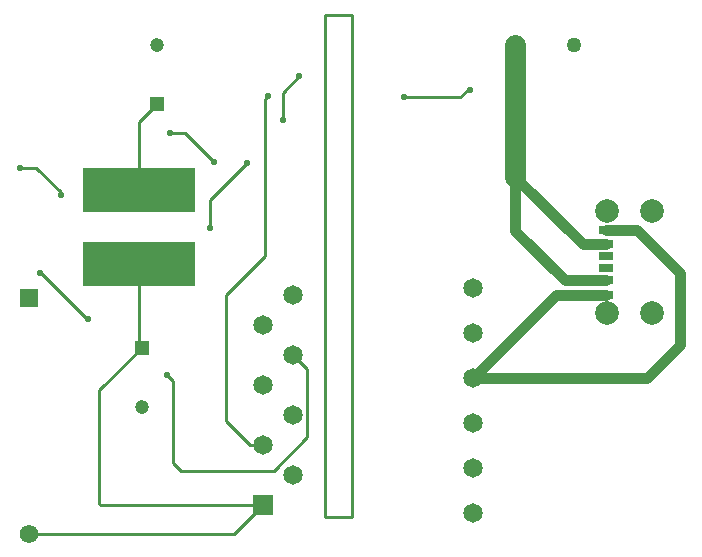
<source format=gbl>
G04*
G04 #@! TF.GenerationSoftware,Altium Limited,Altium Designer,22.2.1 (43)*
G04*
G04 Layer_Physical_Order=2*
G04 Layer_Color=16711680*
%FSLAX23Y23*%
%MOIN*%
G70*
G04*
G04 #@! TF.SameCoordinates,8410DD60-BE5F-4665-B969-63B9D7D5DCD7*
G04*
G04*
G04 #@! TF.FilePolarity,Positive*
G04*
G01*
G75*
%ADD10C,0.010*%
%ADD61C,0.070*%
%ADD62C,0.079*%
%ADD63R,0.065X0.065*%
%ADD64C,0.065*%
%ADD65R,0.050X0.050*%
%ADD66C,0.050*%
%ADD67R,0.047X0.047*%
%ADD68C,0.047*%
%ADD69C,0.062*%
%ADD70R,0.062X0.062*%
%ADD71C,0.022*%
%ADD72R,0.047X0.028*%
%ADD73R,0.047X0.030*%
%ADD74R,0.047X0.031*%
%ADD75R,0.374X0.148*%
%ADD76C,0.035*%
D10*
X210Y128D02*
X893D01*
X2121Y916D02*
X2132Y927D01*
X403Y845D02*
X405D01*
X248Y998D02*
X250D01*
X403Y845D01*
X1648Y1585D02*
X1673Y1610D01*
X1460Y1585D02*
X1648D01*
X1673Y1610D02*
X1680D01*
X234Y1350D02*
X315Y1269D01*
Y1260D02*
Y1269D01*
X180Y1350D02*
X234D01*
X814Y1244D02*
X935Y1365D01*
X814Y1150D02*
Y1244D01*
X730Y1465D02*
X825Y1370D01*
X1005Y1588D02*
Y1590D01*
X995Y1055D02*
Y1578D01*
X1005Y1588D01*
X865Y925D02*
X995Y1055D01*
X680Y1465D02*
X730D01*
X690Y365D02*
X715Y340D01*
X670Y660D02*
X690Y640D01*
Y365D02*
Y640D01*
X715Y340D02*
X1025D01*
X1137Y452D01*
Y678D01*
X1090Y725D02*
X1137Y678D01*
X444Y231D02*
Y609D01*
X893Y128D02*
X990Y225D01*
X444Y231D02*
X450Y225D01*
X990D01*
X444Y609D02*
X585Y750D01*
X865Y505D02*
Y925D01*
Y505D02*
X945Y425D01*
X990D01*
X1055Y1600D02*
X1110Y1655D01*
X1055Y1510D02*
Y1600D01*
X575Y760D02*
Y1029D01*
Y760D02*
X585Y750D01*
X575Y1275D02*
Y1503D01*
X635Y1563D01*
X1195Y185D02*
X1285D01*
X1195Y1860D02*
X1285D01*
Y185D02*
Y1860D01*
X1195Y185D02*
Y1860D01*
D61*
X1829Y1320D02*
Y1759D01*
D62*
X2135Y1205D02*
D03*
X2285D02*
D03*
Y865D02*
D03*
X2135D02*
D03*
D63*
X990Y225D02*
D03*
D64*
X1090Y325D02*
D03*
X990Y425D02*
D03*
X1090Y525D02*
D03*
X990Y625D02*
D03*
X1090Y725D02*
D03*
X990Y825D02*
D03*
X1090Y925D02*
D03*
X1690Y950D02*
D03*
Y800D02*
D03*
Y650D02*
D03*
Y500D02*
D03*
Y350D02*
D03*
Y200D02*
D03*
D65*
X1830Y1760D02*
D03*
D66*
X2027D02*
D03*
D67*
X585Y750D02*
D03*
X635Y1563D02*
D03*
D68*
X585Y553D02*
D03*
X635Y1760D02*
D03*
D69*
X210Y128D02*
D03*
D70*
Y915D02*
D03*
D71*
X405Y845D02*
D03*
X248Y998D02*
D03*
X1680Y1610D02*
D03*
X1460Y1585D02*
D03*
X315Y1260D02*
D03*
X180Y1350D02*
D03*
X935Y1365D02*
D03*
X814Y1150D02*
D03*
X825Y1370D02*
D03*
X680Y1465D02*
D03*
X670Y660D02*
D03*
X1005Y1590D02*
D03*
X1110Y1655D02*
D03*
X1055Y1510D02*
D03*
D72*
X2132Y1055D02*
D03*
Y1015D02*
D03*
D73*
Y975D02*
D03*
Y1095D02*
D03*
D74*
Y927D02*
D03*
Y1143D02*
D03*
D75*
X575Y1029D02*
D03*
Y1275D02*
D03*
D76*
X2270Y650D02*
X2380Y760D01*
X1690Y650D02*
X2270D01*
X2380Y760D02*
Y1000D01*
X2237Y1143D02*
X2380Y1000D01*
X2132Y1143D02*
X2237D01*
X1967Y927D02*
X2132D01*
X1829Y1141D02*
Y1320D01*
X1690Y650D02*
X1967Y927D01*
X1829Y1141D02*
X1995Y975D01*
X2055Y1095D02*
X2132D01*
X1829Y1320D02*
X2055Y1095D01*
X1995Y975D02*
X2132D01*
M02*

</source>
